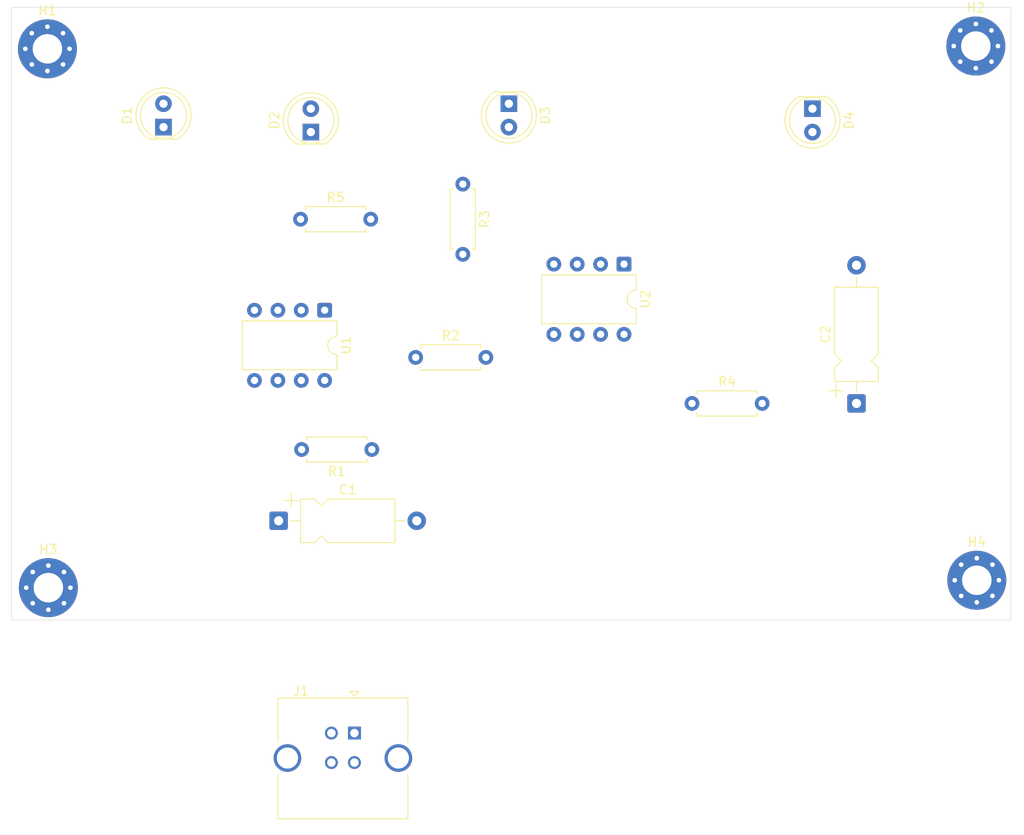
<source format=kicad_pcb>
(kicad_pcb (version 20241229) (generator "pcbnew") (generator_version "9.0")
  (layers (0 "F.Cu" signal) (2 "B.Cu" signal) (13 "F.Paste" user) (15 "B.Paste" user) (5 "F.SilkS" user "F.Silkscreen") (7 "B.SilkS" user "B.Silkscreen") (1 "F.Mask" user) (3 "B.Mask" user) (25 "Edge.Cuts" user))
  (net 0 "")
  (net 1 "Net-(U1-THR)")
  (net 2 "GND")
  (net 3 "Net-(U2-THR)")
  (net 4 "Net-(D1-K)")
  (net 5 "Net-(D1-A)")
  (net 8 "VCC")
  (net 9 "Net-(U1-DIS)")
  (net 10 "Net-(U2-DIS)")
  (net 11 "Net-(U1-Q)")
  (footprint "Resistor_THT:R_Axial_DIN0207_L6.3mm_D2.5mm_P7.62mm_Horizontal" (layer "F.Cu") (at 219.88 60)
    (property "Reference" "R4" (at 3.81 -2.37 0) (layer "F.SilkS"))
    (property "Value" "10k")
    (fp_line (start 0.54 -1.37) (end 7.08 -1.37) (stroke (width 0.12)) (layer "F.SilkS"))
    (fp_line (start 0.54 -1.04) (end 0.54 -1.37) (stroke (width 0.12)) (layer "F.SilkS"))
    (fp_line (start 0.54 1.04) (end 0.54 1.37) (stroke (width 0.12)) (layer "F.SilkS"))
    (fp_line (start 0.54 1.37) (end 7.08 1.37) (stroke (width 0.12)) (layer "F.SilkS"))
    (fp_line (start 7.08 -1.37) (end 7.08 -1.04) (stroke (width 0.12)) (layer "F.SilkS"))
    (fp_line (start 7.08 1.37) (end 7.08 1.04) (stroke (width 0.12)) (layer "F.SilkS"))
    (pad "1" thru_hole circle (at 0 0) (size 1.6 1.6) (drill 0.8) (layers "*.Cu" "*.Mask") (net 10 "Net-(U2-DIS)"))
    (pad "2" thru_hole circle (at 7.62 0) (size 1.6 1.6) (drill 0.8) (layers "*.Cu" "*.Mask") (net 3 "Net-(U2-THR)"))
  )
  (footprint "MountingHole:MountingHole_3.2mm_M3_Pad_Via" (layer "F.Cu") (at 149.9 21.5)
    (property "Reference" "H1" (at 0 -4.15 0) (layer "F.SilkS"))
    (property "Value" "MountingHole")
    (pad "1" thru_hole circle (at -2.4 0) (size 0.8 0.8) (drill 0.5) (layers "*.Cu" "*.Mask"))
    (pad "1" thru_hole circle (at -1.697056 -1.697056) (size 0.8 0.8) (drill 0.5) (layers "*.Cu" "*.Mask"))
    (pad "1" thru_hole circle (at -1.697056 1.697056) (size 0.8 0.8) (drill 0.5) (layers "*.Cu" "*.Mask"))
    (pad "1" thru_hole circle (at 0 -2.4) (size 0.8 0.8) (drill 0.5) (layers "*.Cu" "*.Mask"))
    (pad "1" thru_hole circle (at 0 0) (size 6.4 6.4) (drill 3.2) (layers "*.Cu" "*.Mask"))
    (pad "1" thru_hole circle (at 0 2.4) (size 0.8 0.8) (drill 0.5) (layers "*.Cu" "*.Mask"))
    (pad "1" thru_hole circle (at 1.697056 -1.697056) (size 0.8 0.8) (drill 0.5) (layers "*.Cu" "*.Mask"))
    (pad "1" thru_hole circle (at 1.697056 1.697056) (size 0.8 0.8) (drill 0.5) (layers "*.Cu" "*.Mask"))
    (pad "1" thru_hole circle (at 2.4 0) (size 0.8 0.8) (drill 0.5) (layers "*.Cu" "*.Mask"))
  )
  (footprint "Resistor_THT:R_Axial_DIN0207_L6.3mm_D2.5mm_P7.62mm_Horizontal" (layer "F.Cu") (at 195 36.19 -90)
    (property "Reference" "R3" (at 3.81 -2.37 90) (layer "F.SilkS"))
    (property "Value" "1k")
    (fp_line (start 0.54 1.37) (end 7.08 1.37) (stroke (width 0.12)) (layer "F.SilkS"))
    (fp_line (start 7.08 1.37) (end 7.08 1.04) (stroke (width 0.12)) (layer "F.SilkS"))
    (fp_line (start 0.54 1.04) (end 0.54 1.37) (stroke (width 0.12)) (layer "F.SilkS"))
    (fp_line (start 0.54 -1.04) (end 0.54 -1.37) (stroke (width 0.12)) (layer "F.SilkS"))
    (fp_line (start 0.54 -1.37) (end 7.08 -1.37) (stroke (width 0.12)) (layer "F.SilkS"))
    (fp_line (start 7.08 -1.37) (end 7.08 -1.04) (stroke (width 0.12)) (layer "F.SilkS"))
    (pad "1" thru_hole circle (at 0 0 270) (size 1.6 1.6) (drill 0.8) (layers "*.Cu" "*.Mask") (net 8 "VCC"))
    (pad "2" thru_hole circle (at 7.62 0 270) (size 1.6 1.6) (drill 0.8) (layers "*.Cu" "*.Mask") (net 10 "Net-(U2-DIS)"))
  )
  (footprint "MountingHole:MountingHole_3.2mm_M3_Pad_Via" (layer "F.Cu") (at 250.802944 79.197056)
    (property "Reference" "H4" (at 0 -4.15 0) (layer "F.SilkS"))
    (property "Value" "MountingHole")
    (pad "1" thru_hole circle (at -2.4 0) (size 0.8 0.8) (drill 0.5) (layers "*.Cu" "*.Mask"))
    (pad "1" thru_hole circle (at -1.697056 -1.697056) (size 0.8 0.8) (drill 0.5) (layers "*.Cu" "*.Mask"))
    (pad "1" thru_hole circle (at -1.697056 1.697056) (size 0.8 0.8) (drill 0.5) (layers "*.Cu" "*.Mask"))
    (pad "1" thru_hole circle (at 0 -2.4) (size 0.8 0.8) (drill 0.5) (layers "*.Cu" "*.Mask"))
    (pad "1" thru_hole circle (at 0 0) (size 6.4 6.4) (drill 3.2) (layers "*.Cu" "*.Mask"))
    (pad "1" thru_hole circle (at 0 2.4) (size 0.8 0.8) (drill 0.5) (layers "*.Cu" "*.Mask"))
    (pad "1" thru_hole circle (at 1.697056 -1.697056) (size 0.8 0.8) (drill 0.5) (layers "*.Cu" "*.Mask"))
    (pad "1" thru_hole circle (at 1.697056 1.697056) (size 0.8 0.8) (drill 0.5) (layers "*.Cu" "*.Mask"))
    (pad "1" thru_hole circle (at 2.4 0) (size 0.8 0.8) (drill 0.5) (layers "*.Cu" "*.Mask"))
  )
  (footprint "MountingHole:MountingHole_3.2mm_M3_Pad_Via" (layer "F.Cu") (at 150 80)
    (property "Reference" "H3" (at 0 -4.15 0) (layer "F.SilkS"))
    (property "Value" "MountingHole")
    (pad "1" thru_hole circle (at -2.4 0) (size 0.8 0.8) (drill 0.5) (layers "*.Cu" "*.Mask"))
    (pad "1" thru_hole circle (at -1.697056 -1.697056) (size 0.8 0.8) (drill 0.5) (layers "*.Cu" "*.Mask"))
    (pad "1" thru_hole circle (at -1.697056 1.697056) (size 0.8 0.8) (drill 0.5) (layers "*.Cu" "*.Mask"))
    (pad "1" thru_hole circle (at 0 -2.4) (size 0.8 0.8) (drill 0.5) (layers "*.Cu" "*.Mask"))
    (pad "1" thru_hole circle (at 0 0) (size 6.4 6.4) (drill 3.2) (layers "*.Cu" "*.Mask"))
    (pad "1" thru_hole circle (at 0 2.4) (size 0.8 0.8) (drill 0.5) (layers "*.Cu" "*.Mask"))
    (pad "1" thru_hole circle (at 1.697056 -1.697056) (size 0.8 0.8) (drill 0.5) (layers "*.Cu" "*.Mask"))
    (pad "1" thru_hole circle (at 1.697056 1.697056) (size 0.8 0.8) (drill 0.5) (layers "*.Cu" "*.Mask"))
    (pad "1" thru_hole circle (at 2.4 0) (size 0.8 0.8) (drill 0.5) (layers "*.Cu" "*.Mask"))
  )
  (footprint "Connector_USB:USB_B_TE_5787834_Vertical" (layer "F.Cu") (at 183.23 95.79)
    (property "Reference" "J1" (at -5.8 -4.55 0) (layer "F.SilkS"))
    (property "Value" "USB_B")
    (fp_line (start -8.3 -3.8) (end 5.8 -3.8) (stroke (width 0.12)) (layer "F.SilkS"))
    (fp_line (start -8.3 1) (end -8.3 -3.8) (stroke (width 0.12)) (layer "F.SilkS"))
    (fp_line (start -8.3 9.3) (end -8.3 4.5) (stroke (width 0.12)) (layer "F.SilkS"))
    (fp_line (start -0.5 -4.5) (end 0 -4) (stroke (width 0.12)) (layer "F.SilkS"))
    (fp_line (start 0 -4) (end 0.5 -4.5) (stroke (width 0.12)) (layer "F.SilkS"))
    (fp_line (start 0.5 -4.5) (end -0.5 -4.5) (stroke (width 0.12)) (layer "F.SilkS"))
    (fp_line (start 5.8 -3.8) (end 5.8 1) (stroke (width 0.12)) (layer "F.SilkS"))
    (fp_line (start 5.8 4.5) (end 5.8 9.3) (stroke (width 0.12)) (layer "F.SilkS"))
    (fp_line (start 5.8 9.3) (end -8.3 9.3) (stroke (width 0.12)) (layer "F.SilkS"))
    (pad "1" thru_hole rect (at 0 0) (size 1.4 1.4) (drill 0.92) (layers "*.Cu" "*.Mask") (net 8 "VCC"))
    (pad "2" thru_hole circle (at -2.5 0) (size 1.4 1.4) (drill 0.92) (layers "*.Cu" "*.Mask"))
    (pad "3" thru_hole circle (at -2.5 3.2) (size 1.4 1.4) (drill 0.92) (layers "*.Cu" "*.Mask"))
    (pad "4" thru_hole circle (at 0 3.2) (size 1.4 1.4) (drill 0.92) (layers "*.Cu" "*.Mask") (net 2 "GND"))
    (pad "5" thru_hole circle (at -7.27 2.71) (size 3 3) (drill 2.3) (layers "*.Cu" "*.Mask") (net 2 "GND"))
    (pad "5" thru_hole circle (at 4.77 2.71) (size 3 3) (drill 2.3) (layers "*.Cu" "*.Mask") (net 2 "GND"))
  )
  (footprint "Package_DIP:DIP-8_W7.62mm" (layer "F.Cu") (at 180 49.88 -90)
    (property "Reference" "U1" (at 3.81 -2.33 90) (layer "F.SilkS"))
    (property "Value" "LM555xN")
    (fp_line (start 1.16 8.95) (end 6.46 8.95) (stroke (width 0.12)) (layer "F.SilkS"))
    (fp_line (start 6.46 8.95) (end 6.46 -1.33) (stroke (width 0.12)) (layer "F.SilkS"))
    (fp_line (start 1.16 -1.33) (end 1.16 8.95) (stroke (width 0.12)) (layer "F.SilkS"))
    (fp_line (start 2.81 -1.33) (end 1.16 -1.33) (stroke (width 0.12)) (layer "F.SilkS"))
    (fp_line (start 6.46 -1.33) (end 4.81 -1.33) (stroke (width 0.12)) (layer "F.SilkS"))
    (fp_arc (start 4.81 -1.33) (mid 3.81 -0.33) (end 2.81 -1.33) (stroke (width 0.12)) (layer "F.SilkS"))
    (pad "1" thru_hole roundrect (at 0 0 270) (size 1.6 1.6) (drill 0.8) (layers "*.Cu" "*.Mask") (roundrect_rratio 0.15625) (net 2 "GND"))
    (pad "2" thru_hole circle (at 0 2.54 270) (size 1.6 1.6) (drill 0.8) (layers "*.Cu" "*.Mask") (net 1 "Net-(U1-THR)"))
    (pad "3" thru_hole circle (at 0 5.08 270) (size 1.6 1.6) (drill 0.8) (layers "*.Cu" "*.Mask") (net 11 "Net-(U1-Q)"))
    (pad "4" thru_hole circle (at 0 7.62 270) (size 1.6 1.6) (drill 0.8) (layers "*.Cu" "*.Mask") (net 8 "VCC"))
    (pad "5" thru_hole circle (at 7.62 7.62 270) (size 1.6 1.6) (drill 0.8) (layers "*.Cu" "*.Mask"))
    (pad "6" thru_hole circle (at 7.62 5.08 270) (size 1.6 1.6) (drill 0.8) (layers "*.Cu" "*.Mask") (net 1 "Net-(U1-THR)"))
    (pad "7" thru_hole circle (at 7.62 2.54 270) (size 1.6 1.6) (drill 0.8) (layers "*.Cu" "*.Mask") (net 9 "Net-(U1-DIS)"))
    (pad "8" thru_hole circle (at 7.62 0 270) (size 1.6 1.6) (drill 0.8) (layers "*.Cu" "*.Mask") (net 8 "VCC"))
  )
  (footprint "LED_THT:LED_D5.0mm_Clear" (layer "F.Cu") (at 162.5 30 90)
    (property "Reference" "D1" (at 1.27 -3.96 90) (layer "F.SilkS"))
    (property "Value" "LED_Filled")
    (fp_line (start -1.29 -1.545) (end -1.29 1.545) (stroke (width 0.12)) (layer "F.SilkS"))
    (fp_arc (start -1.29 -1.54483) (mid 2.071779 -2.880495) (end 4.26 0) (stroke (width 0.12)) (layer "F.SilkS"))
    (fp_arc (start 4.26 0) (mid 2.071779 2.880495) (end -1.29 1.54483) (stroke (width 0.12)) (layer "F.SilkS"))
    (fp_circle (center 1.27 0) (end 3.77 0) (stroke (width 0.12)) (fill no) (layer "F.SilkS"))
    (pad "1" thru_hole rect (at 0 0 90) (size 1.8 1.8) (drill 0.9) (layers "*.Cu" "*.Mask") (net 4 "Net-(D1-K)"))
    (pad "2" thru_hole circle (at 2.54 0 90) (size 1.8 1.8) (drill 0.9) (layers "*.Cu" "*.Mask") (net 5 "Net-(D1-A)"))
  )
  (footprint "Resistor_THT:R_Axial_DIN0207_L6.3mm_D2.5mm_P7.62mm_Horizontal" (layer "F.Cu") (at 185.12 65 180)
    (property "Reference" "R1" (at 3.81 -2.37 0) (layer "F.SilkS"))
    (property "Value" "1k")
    (fp_line (start 7.08 1.37) (end 7.08 1.04) (stroke (width 0.12)) (layer "F.SilkS"))
    (fp_line (start 7.08 -1.37) (end 7.08 -1.04) (stroke (width 0.12)) (layer "F.SilkS"))
    (fp_line (start 0.54 1.37) (end 7.08 1.37) (stroke (width 0.12)) (layer "F.SilkS"))
    (fp_line (start 0.54 1.04) (end 0.54 1.37) (stroke (width 0.12)) (layer "F.SilkS"))
    (fp_line (start 0.54 -1.04) (end 0.54 -1.37) (stroke (width 0.12)) (layer "F.SilkS"))
    (fp_line (start 0.54 -1.37) (end 7.08 -1.37) (stroke (width 0.12)) (layer "F.SilkS"))
    (pad "1" thru_hole circle (at 0 0 180) (size 1.6 1.6) (drill 0.8) (layers "*.Cu" "*.Mask") (net 8 "VCC"))
    (pad "2" thru_hole circle (at 7.62 0 180) (size 1.6 1.6) (drill 0.8) (layers "*.Cu" "*.Mask") (net 9 "Net-(U1-DIS)"))
  )
  (footprint "Package_DIP:DIP-8_W7.62mm" (layer "F.Cu") (at 212.5 44.88 -90)
    (property "Reference" "U2" (at 3.81 -2.33 90) (layer "F.SilkS"))
    (property "Value" "LM555xN")
    (fp_line (start 1.16 8.95) (end 6.46 8.95) (stroke (width 0.12)) (layer "F.SilkS"))
    (fp_line (start 6.46 8.95) (end 6.46 -1.33) (stroke (width 0.12)) (layer "F.SilkS"))
    (fp_line (start 1.16 -1.33) (end 1.16 8.95) (stroke (width 0.12)) (layer "F.SilkS"))
    (fp_line (start 2.81 -1.33) (end 1.16 -1.33) (stroke (width 0.12)) (layer "F.SilkS"))
    (fp_line (start 6.46 -1.33) (end 4.81 -1.33) (stroke (width 0.12)) (layer "F.SilkS"))
    (fp_arc (start 4.81 -1.33) (mid 3.81 -0.33) (end 2.81 -1.33) (stroke (width 0.12)) (layer "F.SilkS"))
    (pad "1" thru_hole roundrect (at 0 0 270) (size 1.6 1.6) (drill 0.8) (layers "*.Cu" "*.Mask") (roundrect_rratio 0.15625) (net 2 "GND"))
    (pad "2" thru_hole circle (at 0 2.54 270) (size 1.6 1.6) (drill 0.8) (layers "*.Cu" "*.Mask") (net 3 "Net-(U2-THR)"))
    (pad "3" thru_hole circle (at 0 5.08 270) (size 1.6 1.6) (drill 0.8) (layers "*.Cu" "*.Mask") (net 5 "Net-(D1-A)"))
    (pad "4" thru_hole circle (at 0 7.62 270) (size 1.6 1.6) (drill 0.8) (layers "*.Cu" "*.Mask") (net 8 "VCC"))
    (pad "5" thru_hole circle (at 7.62 7.62 270) (size 1.6 1.6) (drill 0.8) (layers "*.Cu" "*.Mask"))
    (pad "6" thru_hole circle (at 7.62 5.08 270) (size 1.6 1.6) (drill 0.8) (layers "*.Cu" "*.Mask") (net 3 "Net-(U2-THR)"))
    (pad "7" thru_hole circle (at 7.62 2.54 270) (size 1.6 1.6) (drill 0.8) (layers "*.Cu" "*.Mask") (net 10 "Net-(U2-DIS)"))
    (pad "8" thru_hole circle (at 7.62 0 270) (size 1.6 1.6) (drill 0.8) (layers "*.Cu" "*.Mask") (net 8 "VCC"))
  )
  (footprint "LED_THT:LED_D5.0mm_Clear" (layer "F.Cu") (at 200 27.46 -90)
    (property "Reference" "D3" (at 1.27 -3.96 90) (layer "F.SilkS"))
    (property "Value" "LED_Filled")
    (fp_line (start -1.29 -1.545) (end -1.29 1.545) (stroke (width 0.12)) (layer "F.SilkS"))
    (fp_arc (start 4.26 0) (mid 2.071779 2.880495) (end -1.29 1.54483) (stroke (width 0.12)) (layer "F.SilkS"))
    (fp_arc (start -1.29 -1.54483) (mid 2.071779 -2.880495) (end 4.26 0) (stroke (width 0.12)) (layer "F.SilkS"))
    (fp_circle (center 1.27 0) (end 3.77 0) (stroke (width 0.12)) (fill no) (layer "F.SilkS"))
    (pad "1" thru_hole rect (at 0 0 270) (size 1.8 1.8) (drill 0.9) (layers "*.Cu" "*.Mask") (net 5 "Net-(D1-A)"))
    (pad "2" thru_hole circle (at 2.54 0 270) (size 1.8 1.8) (drill 0.9) (layers "*.Cu" "*.Mask") (net 4 "Net-(D1-K)"))
  )
  (footprint "Resistor_THT:R_Axial_DIN0207_L6.3mm_D2.5mm_P7.62mm_Horizontal" (layer "F.Cu") (at 177.38 40)
    (property "Reference" "R5" (at 3.81 -2.37 0) (layer "F.SilkS"))
    (property "Value" "10")
    (fp_line (start 0.54 -1.37) (end 7.08 -1.37) (stroke (width 0.12)) (layer "F.SilkS"))
    (fp_line (start 0.54 -1.04) (end 0.54 -1.37) (stroke (width 0.12)) (layer "F.SilkS"))
    (fp_line (start 0.54 1.04) (end 0.54 1.37) (stroke (width 0.12)) (layer "F.SilkS"))
    (fp_line (start 0.54 1.37) (end 7.08 1.37) (stroke (width 0.12)) (layer "F.SilkS"))
    (fp_line (start 7.08 -1.37) (end 7.08 -1.04) (stroke (width 0.12)) (layer "F.SilkS"))
    (fp_line (start 7.08 1.37) (end 7.08 1.04) (stroke (width 0.12)) (layer "F.SilkS"))
    (pad "1" thru_hole circle (at 0 0) (size 1.6 1.6) (drill 0.8) (layers "*.Cu" "*.Mask") (net 11 "Net-(U1-Q)"))
    (pad "2" thru_hole circle (at 7.62 0) (size 1.6 1.6) (drill 0.8) (layers "*.Cu" "*.Mask") (net 4 "Net-(D1-K)"))
  )
  (footprint "LED_THT:LED_D5.0mm_Clear" (layer "F.Cu") (at 178.5 30.54 90)
    (property "Reference" "D2" (at 1.27 -3.96 90) (layer "F.SilkS"))
    (property "Value" "LED_Filled")
    (fp_line (start -1.29 -1.545) (end -1.29 1.545) (stroke (width 0.12)) (layer "F.SilkS"))
    (fp_arc (start -1.29 -1.54483) (mid 2.071779 -2.880495) (end 4.26 0) (stroke (width 0.12)) (layer "F.SilkS"))
    (fp_arc (start 4.26 0) (mid 2.071779 2.880495) (end -1.29 1.54483) (stroke (width 0.12)) (layer "F.SilkS"))
    (fp_circle (center 1.27 0) (end 3.77 0) (stroke (width 0.12)) (fill no) (layer "F.SilkS"))
    (pad "1" thru_hole rect (at 0 0 90) (size 1.8 1.8) (drill 0.9) (layers "*.Cu" "*.Mask") (net 4 "Net-(D1-K)"))
    (pad "2" thru_hole circle (at 2.54 0 90) (size 1.8 1.8) (drill 0.9) (layers "*.Cu" "*.Mask") (net 5 "Net-(D1-A)"))
  )
  (footprint "Resistor_THT:R_Axial_DIN0207_L6.3mm_D2.5mm_P7.62mm_Horizontal" (layer "F.Cu") (at 189.88 55)
    (property "Reference" "R2" (at 3.81 -2.37 0) (layer "F.SilkS"))
    (property "Value" "10k")
    (fp_line (start 0.54 -1.37) (end 7.08 -1.37) (stroke (width 0.12)) (layer "F.SilkS"))
    (fp_line (start 0.54 -1.04) (end 0.54 -1.37) (stroke (width 0.12)) (layer "F.SilkS"))
    (fp_line (start 0.54 1.04) (end 0.54 1.37) (stroke (width 0.12)) (layer "F.SilkS"))
    (fp_line (start 0.54 1.37) (end 7.08 1.37) (stroke (width 0.12)) (layer "F.SilkS"))
    (fp_line (start 7.08 -1.37) (end 7.08 -1.04) (stroke (width 0.12)) (layer "F.SilkS"))
    (fp_line (start 7.08 1.37) (end 7.08 1.04) (stroke (width 0.12)) (layer "F.SilkS"))
    (pad "1" thru_hole circle (at 0 0) (size 1.6 1.6) (drill 0.8) (layers "*.Cu" "*.Mask") (net 9 "Net-(U1-DIS)"))
    (pad "2" thru_hole circle (at 7.62 0) (size 1.6 1.6) (drill 0.8) (layers "*.Cu" "*.Mask") (net 1 "Net-(U1-THR)"))
  )
  (footprint "Capacitor_THT:CP_Axial_L10.0mm_D4.5mm_P15.00mm_Horizontal" (layer "F.Cu") (at 175 72.7425)
    (property "Reference" "C1" (at 7.5 -3.37 0) (layer "F.SilkS"))
    (property "Value" "100u")
    (fp_line (start 0.63 -2.2) (end 2.13 -2.2) (stroke (width 0.12)) (layer "F.SilkS"))
    (fp_line (start 1.24 0) (end 2.38 0) (stroke (width 0.12)) (layer "F.SilkS"))
    (fp_line (start 1.38 -2.95) (end 1.38 -1.45) (stroke (width 0.12)) (layer "F.SilkS"))
    (fp_line (start 2.38 -2.37) (end 2.38 2.37) (stroke (width 0.12)) (layer "F.SilkS"))
    (fp_line (start 2.38 -2.37) (end 3.88 -2.37) (stroke (width 0.12)) (layer "F.SilkS"))
    (fp_line (start 2.38 2.37) (end 3.88 2.37) (stroke (width 0.12)) (layer "F.SilkS"))
    (fp_line (start 3.88 -2.37) (end 4.63 -1.62) (stroke (width 0.12)) (layer "F.SilkS"))
    (fp_line (start 3.88 2.37) (end 4.63 1.62) (stroke (width 0.12)) (layer "F.SilkS"))
    (fp_line (start 4.63 -1.62) (end 5.38 -2.37) (stroke (width 0.12)) (layer "F.SilkS"))
    (fp_line (start 4.63 1.62) (end 5.38 2.37) (stroke (width 0.12)) (layer "F.SilkS"))
    (fp_line (start 5.38 -2.37) (end 12.62 -2.37) (stroke (width 0.12)) (layer "F.SilkS"))
    (fp_line (start 5.38 2.37) (end 12.62 2.37) (stroke (width 0.12)) (layer "F.SilkS"))
    (fp_line (start 12.62 -2.37) (end 12.62 2.37) (stroke (width 0.12)) (layer "F.SilkS"))
    (fp_line (start 13.76 0) (end 12.62 0) (stroke (width 0.12)) (layer "F.SilkS"))
    (pad "1" thru_hole roundrect (at 0 0) (size 2 2) (drill 1) (layers "*.Cu" "*.Mask") (roundrect_rratio 0.125) (net 1 "Net-(U1-THR)"))
    (pad "2" thru_hole circle (at 15 0) (size 2 2) (drill 1) (layers "*.Cu" "*.Mask") (net 2 "GND"))
  )
  (footprint "LED_THT:LED_D5.0mm_Clear" (layer "F.Cu") (at 232.96 28 -90)
    (property "Reference" "D4" (at 1.27 -3.96 90) (layer "F.SilkS"))
    (property "Value" "LED_Filled")
    (fp_line (start -1.29 -1.545) (end -1.29 1.545) (stroke (width 0.12)) (layer "F.SilkS"))
    (fp_arc (start 4.26 0) (mid 2.071779 2.880495) (end -1.29 1.54483) (stroke (width 0.12)) (layer "F.SilkS"))
    (fp_arc (start -1.29 -1.54483) (mid 2.071779 -2.880495) (end 4.26 0) (stroke (width 0.12)) (layer "F.SilkS"))
    (fp_circle (center 1.27 0) (end 3.77 0) (stroke (width 0.12)) (fill no) (layer "F.SilkS"))
    (pad "1" thru_hole rect (at 0 0 270) (size 1.8 1.8) (drill 0.9) (layers "*.Cu" "*.Mask") (net 5 "Net-(D1-A)"))
    (pad "2" thru_hole circle (at 2.54 0 270) (size 1.8 1.8) (drill 0.9) (layers "*.Cu" "*.Mask") (net 4 "Net-(D1-K)"))
  )
  (footprint "Capacitor_THT:CP_Axial_L10.0mm_D4.5mm_P15.00mm_Horizontal" (layer "F.Cu") (at 237.7425 60 90)
    (property "Reference" "C2" (at 7.5 -3.37 90) (layer "F.SilkS"))
    (property "Value" "100u")
    (fp_line (start 1.38 -2.95) (end 1.38 -1.45) (stroke (width 0.12)) (layer "F.SilkS"))
    (fp_line (start 12.62 -2.37) (end 12.62 2.37) (stroke (width 0.12)) (layer "F.SilkS"))
    (fp_line (start 5.38 -2.37) (end 12.62 -2.37) (stroke (width 0.12)) (layer "F.SilkS"))
    (fp_line (start 3.88 -2.37) (end 4.63 -1.62) (stroke (width 0.12)) (layer "F.SilkS"))
    (fp_line (start 2.38 -2.37) (end 3.88 -2.37) (stroke (width 0.12)) (layer "F.SilkS"))
    (fp_line (start 2.38 -2.37) (end 2.38 2.37) (stroke (width 0.12)) (layer "F.SilkS"))
    (fp_line (start 0.63 -2.2) (end 2.13 -2.2) (stroke (width 0.12)) (layer "F.SilkS"))
    (fp_line (start 4.63 -1.62) (end 5.38 -2.37) (stroke (width 0.12)) (layer "F.SilkS"))
    (fp_line (start 13.76 0) (end 12.62 0) (stroke (width 0.12)) (layer "F.SilkS"))
    (fp_line (start 1.24 0) (end 2.38 0) (stroke (width 0.12)) (layer "F.SilkS"))
    (fp_line (start 4.63 1.62) (end 5.38 2.37) (stroke (width 0.12)) (layer "F.SilkS"))
    (fp_line (start 5.38 2.37) (end 12.62 2.37) (stroke (width 0.12)) (layer "F.SilkS"))
    (fp_line (start 3.88 2.37) (end 4.63 1.62) (stroke (width 0.12)) (layer "F.SilkS"))
    (fp_line (start 2.38 2.37) (end 3.88 2.37) (stroke (width 0.12)) (layer "F.SilkS"))
    (pad "1" thru_hole roundrect (at 0 0 90) (size 2 2) (drill 1) (layers "*.Cu" "*.Mask") (roundrect_rratio 0.125) (net 3 "Net-(U2-THR)"))
    (pad "2" thru_hole circle (at 15 0 90) (size 2 2) (drill 1) (layers "*.Cu" "*.Mask") (net 2 "GND"))
  )
  (footprint "MountingHole:MountingHole_3.2mm_M3_Pad_Via" (layer "F.Cu") (at 250.697056 21.197056)
    (property "Reference" "H2" (at 0 -4.15 0) (layer "F.SilkS"))
    (property "Value" "MountingHole")
    (pad "1" thru_hole circle (at -2.4 0) (size 0.8 0.8) (drill 0.5) (layers "*.Cu" "*.Mask"))
    (pad "1" thru_hole circle (at -1.697056 -1.697056) (size 0.8 0.8) (drill 0.5) (layers "*.Cu" "*.Mask"))
    (pad "1" thru_hole circle (at -1.697056 1.697056) (size 0.8 0.8) (drill 0.5) (layers "*.Cu" "*.Mask"))
    (pad "1" thru_hole circle (at 0 -2.4) (size 0.8 0.8) (drill 0.5) (layers "*.Cu" "*.Mask"))
    (pad "1" thru_hole circle (at 0 0) (size 6.4 6.4) (drill 3.2) (layers "*.Cu" "*.Mask"))
    (pad "1" thru_hole circle (at 0 2.4) (size 0.8 0.8) (drill 0.5) (layers "*.Cu" "*.Mask"))
    (pad "1" thru_hole circle (at 1.697056 -1.697056) (size 0.8 0.8) (drill 0.5) (layers "*.Cu" "*.Mask"))
    (pad "1" thru_hole circle (at 1.697056 1.697056) (size 0.8 0.8) (drill 0.5) (layers "*.Cu" "*.Mask"))
    (pad "1" thru_hole circle (at 2.4 0) (size 0.8 0.8) (drill 0.5) (layers "*.Cu" "*.Mask"))
  )
  (gr_rect (start 146 17) (end 254.5 83.5) (stroke (width 0.05)) (fill no) (layer "Edge.Cuts"))
)
</source>
